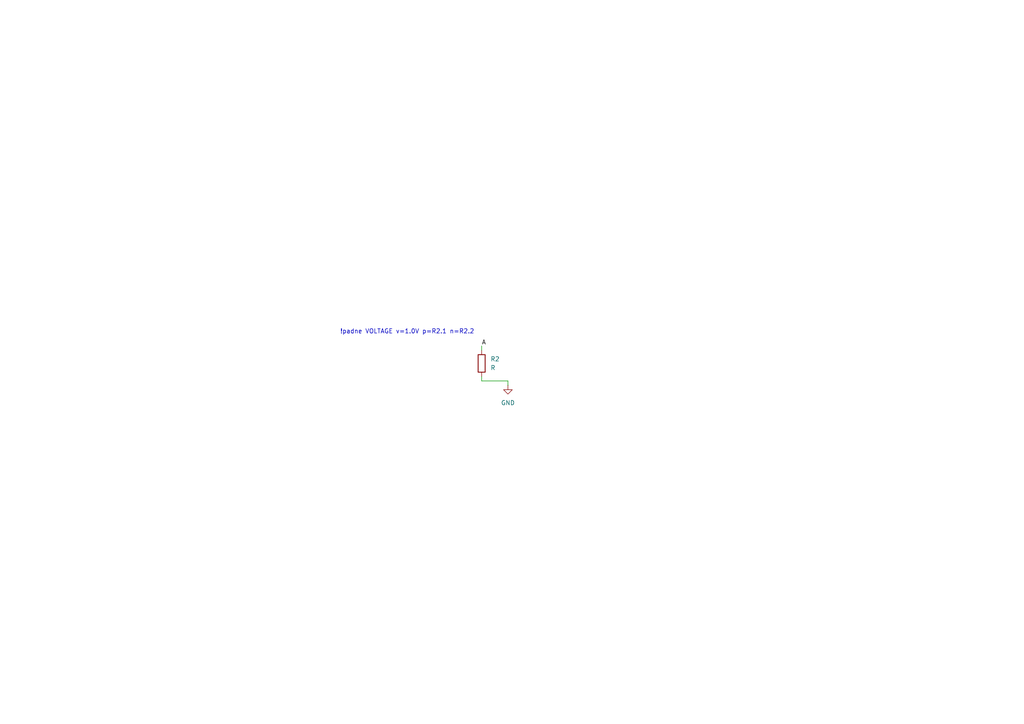
<source format=kicad_sch>
(kicad_sch (version 20231120) (generator "eeschema") (generator_version "8.0")
  (paper "A4")
  (lib_symbols
    (symbol "Device:R" (pin_numbers hide) (pin_names (offset 0))
      (property "Reference" "R" (at 2.032 0 90))
      (property "Value" "R" (at 0 0 90))
      (symbol "R_0_1"
        (rectangle (start -1.016 -2.54) (end 1.016 2.54) (stroke (width 0.254)))
      )
      (symbol "R_1_1"
        (pin passive line (at 0 3.81 270) (length 1.27) (name "~") (number "1"))
        (pin passive line (at 0 -3.81 90) (length 1.27) (name "~") (number "2"))
      )
    )
    (symbol "power:GND" (power) (pin_numbers hide) (pin_names (offset 0) hide)
      (property "Value" "GND" (at 0 -3.81 0))
      (symbol "GND_0_1"
        (polyline (pts (xy 0 0) (xy 0 -1.27) (xy 1.27 -1.27) (xy 0 -2.54) (xy -1.27 -1.27) (xy 0 -1.27)))
      )
      (symbol "GND_1_1"
        (pin power_in line (at 0 0 270) (length 0) (name "~") (number "1"))
      )
    )
  )
  (wire (pts (xy 139.7 110.49) (xy 147.32 110.49)))
  (wire (pts (xy 139.7 110.49) (xy 139.7 109.22)))
  (wire (pts (xy 147.32 110.49) (xy 147.32 111.76)))
  (wire (pts (xy 139.7 101.6) (xy 139.7 100.33)))
  (text "!padne VOLTAGE v=1.0V p=R2.1 n=R2.2" (at 118.11 96.266 0) (effects (font (size 1.27 1.27))))
  (label "A" (at 139.7 100.33 0))
  (symbol (lib_id "Device:R") (at 139.7 105.41 0) (unit 1)
    (property "Reference" "R2" (at 142.24 104.1399 0) (effects (justify left)))
    (property "Value" "R" (at 142.24 106.6799 0) (effects (justify left)))
    (property "Footprint" "Resistor_SMD:R_0603_1608Metric" (effects (hide yes)))
    (property "Description" "Resistor" (effects (hide yes)))
  )
  (symbol (lib_id "power:GND") (at 147.32 111.76 0) (unit 1)
    (property "Reference" "#PWR01" (effects (hide yes)))
    (property "Value" "GND" (at 147.32 116.84 0))
    (property "Description" "Power symbol creates a global label with name \"GND\" , ground" (effects (hide yes)))
  )
)
</source>
